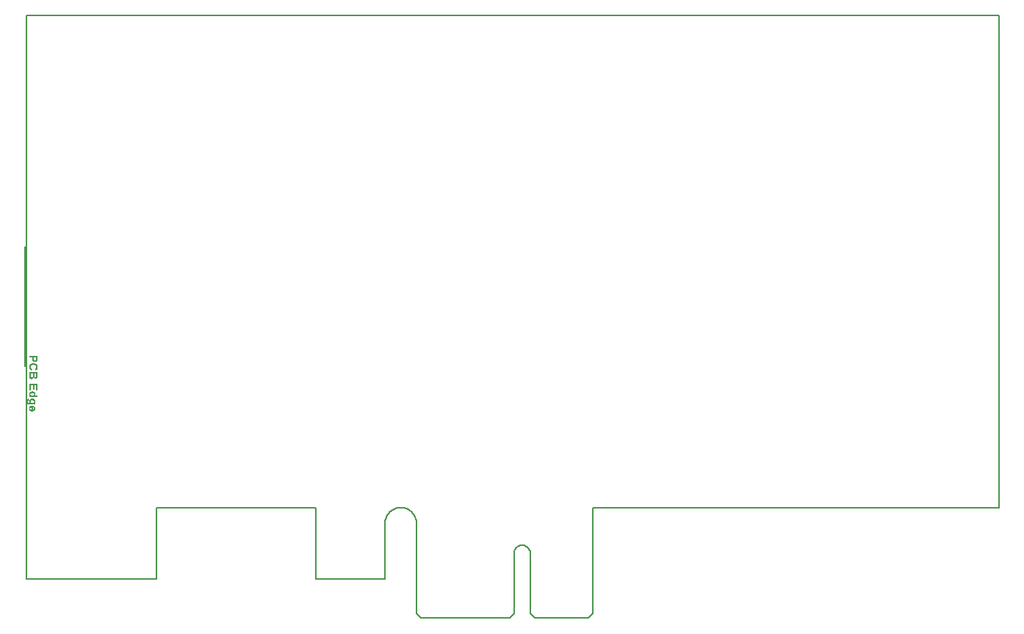
<source format=gm1>
G04*
G04 #@! TF.GenerationSoftware,Altium Limited,Altium Designer,24.6.1 (21)*
G04*
G04 Layer_Color=16711935*
%FSLAX44Y44*%
%MOMM*%
G71*
G04*
G04 #@! TF.SameCoordinates,8A5C2320-89B1-46AE-BF24-1CDB1CC95B2A*
G04*
G04*
G04 #@! TF.FilePolarity,Positive*
G04*
G01*
G75*
%ADD15C,0.1000*%
%ADD17C,0.1270*%
%ADD144C,0.2032*%
G36*
X13131Y254155D02*
X13117Y254000D01*
Y253634D01*
X13089Y253239D01*
X13060Y252844D01*
X13046Y252675D01*
X13032Y252506D01*
X13004Y252365D01*
X12976Y252252D01*
Y252238D01*
X12962Y252210D01*
X12948Y252168D01*
X12934Y252111D01*
X12863Y251956D01*
X12779Y251759D01*
X12652Y251547D01*
X12482Y251308D01*
X12271Y251082D01*
X12017Y250857D01*
X12003D01*
X11989Y250828D01*
X11947Y250800D01*
X11890Y250772D01*
X11806Y250716D01*
X11721Y250673D01*
X11623Y250617D01*
X11510Y250561D01*
X11228Y250462D01*
X10918Y250363D01*
X10537Y250307D01*
X10128Y250279D01*
X10114D01*
X10086D01*
X10044D01*
X9973D01*
X9903Y250293D01*
X9804D01*
X9607Y250321D01*
X9367Y250363D01*
X9099Y250420D01*
X8845Y250504D01*
X8606Y250617D01*
X8578Y250631D01*
X8507Y250673D01*
X8394Y250744D01*
X8253Y250842D01*
X8112Y250955D01*
X7943Y251110D01*
X7788Y251265D01*
X7647Y251449D01*
X7633Y251477D01*
X7591Y251533D01*
X7534Y251632D01*
X7464Y251759D01*
X7379Y251914D01*
X7309Y252083D01*
X7238Y252266D01*
X7182Y252464D01*
Y252492D01*
X7168Y252534D01*
Y252591D01*
X7154Y252661D01*
X7140Y252760D01*
X7126Y252858D01*
Y252985D01*
X7111Y253112D01*
X7097Y253267D01*
X7083Y253436D01*
X7069Y253620D01*
Y253817D01*
X7055Y254028D01*
Y255777D01*
X3376D01*
Y257750D01*
X13131D01*
Y254155D01*
D02*
G37*
G36*
X8408Y248996D02*
X8578D01*
X8775Y248968D01*
X9015Y248939D01*
X9268Y248911D01*
X9564Y248855D01*
X9860Y248784D01*
X10171Y248700D01*
X10481Y248601D01*
X10805Y248474D01*
X11115Y248333D01*
X11411Y248164D01*
X11693Y247981D01*
X11961Y247755D01*
X11975Y247741D01*
X12017Y247699D01*
X12088Y247628D01*
X12172Y247530D01*
X12271Y247403D01*
X12384Y247248D01*
X12511Y247079D01*
X12637Y246867D01*
X12764Y246642D01*
X12891Y246402D01*
X13004Y246120D01*
X13103Y245838D01*
X13187Y245514D01*
X13258Y245190D01*
X13300Y244823D01*
X13314Y244457D01*
Y244287D01*
X13300Y244160D01*
X13286Y244006D01*
X13258Y243836D01*
X13230Y243639D01*
X13187Y243428D01*
X13131Y243202D01*
X13060Y242962D01*
X12976Y242723D01*
X12863Y242469D01*
X12750Y242229D01*
X12609Y242004D01*
X12440Y241764D01*
X12257Y241553D01*
Y241539D01*
X12229Y241524D01*
X12186Y241482D01*
X12144Y241440D01*
X12074Y241383D01*
X11989Y241327D01*
X11792Y241172D01*
X11538Y241017D01*
X11228Y240848D01*
X10875Y240693D01*
X10467Y240552D01*
X10001Y242497D01*
X10015D01*
X10030Y242511D01*
X10072D01*
X10128Y242539D01*
X10255Y242582D01*
X10424Y242652D01*
X10622Y242751D01*
X10819Y242878D01*
X11016Y243047D01*
X11185Y243230D01*
X11200Y243258D01*
X11256Y243329D01*
X11327Y243442D01*
X11411Y243597D01*
X11496Y243794D01*
X11566Y244020D01*
X11623Y244273D01*
X11637Y244555D01*
Y244654D01*
X11623Y244739D01*
X11608Y244823D01*
X11594Y244936D01*
X11538Y245175D01*
X11439Y245457D01*
X11298Y245753D01*
X11214Y245909D01*
X11115Y246049D01*
X10988Y246190D01*
X10847Y246317D01*
X10833D01*
X10805Y246346D01*
X10763Y246374D01*
X10692Y246416D01*
X10608Y246472D01*
X10509Y246529D01*
X10382Y246585D01*
X10241Y246642D01*
X10072Y246712D01*
X9889Y246768D01*
X9677Y246825D01*
X9452Y246881D01*
X9198Y246924D01*
X8930Y246952D01*
X8634Y246966D01*
X8310Y246980D01*
X8296D01*
X8225D01*
X8127D01*
X8014Y246966D01*
X7859D01*
X7675Y246938D01*
X7492Y246924D01*
X7281Y246895D01*
X6844Y246811D01*
X6407Y246698D01*
X6195Y246628D01*
X5998Y246529D01*
X5815Y246430D01*
X5659Y246317D01*
X5645Y246303D01*
X5631Y246289D01*
X5589Y246247D01*
X5533Y246190D01*
X5420Y246049D01*
X5279Y245852D01*
X5124Y245613D01*
X5011Y245317D01*
X4912Y244978D01*
X4898Y244795D01*
X4884Y244597D01*
Y244527D01*
X4898Y244471D01*
X4912Y244316D01*
X4941Y244132D01*
X5011Y243935D01*
X5096Y243709D01*
X5208Y243484D01*
X5378Y243258D01*
X5406Y243230D01*
X5476Y243160D01*
X5589Y243061D01*
X5758Y242948D01*
X5984Y242807D01*
X6252Y242680D01*
X6576Y242554D01*
X6956Y242441D01*
X6364Y240523D01*
X6350D01*
X6294Y240538D01*
X6209Y240566D01*
X6097Y240608D01*
X5970Y240665D01*
X5815Y240721D01*
X5645Y240791D01*
X5462Y240876D01*
X5081Y241073D01*
X4687Y241327D01*
X4306Y241637D01*
X4137Y241806D01*
X3982Y241990D01*
X3968Y242004D01*
X3954Y242032D01*
X3911Y242088D01*
X3855Y242173D01*
X3799Y242271D01*
X3742Y242398D01*
X3672Y242539D01*
X3601Y242694D01*
X3517Y242878D01*
X3446Y243075D01*
X3390Y243286D01*
X3334Y243512D01*
X3277Y243752D01*
X3235Y244020D01*
X3221Y244287D01*
X3207Y244583D01*
Y244668D01*
X3221Y244767D01*
X3235Y244908D01*
X3249Y245063D01*
X3277Y245260D01*
X3319Y245471D01*
X3376Y245711D01*
X3446Y245951D01*
X3531Y246205D01*
X3644Y246472D01*
X3771Y246740D01*
X3911Y247008D01*
X4095Y247276D01*
X4292Y247530D01*
X4532Y247769D01*
X4546Y247784D01*
X4588Y247826D01*
X4673Y247882D01*
X4771Y247967D01*
X4912Y248051D01*
X5067Y248164D01*
X5265Y248277D01*
X5490Y248390D01*
X5730Y248502D01*
X5998Y248615D01*
X6308Y248728D01*
X6632Y248813D01*
X6970Y248897D01*
X7351Y248953D01*
X7746Y248996D01*
X8169Y249010D01*
X8183D01*
X8197D01*
X8281D01*
X8408Y248996D01*
D02*
G37*
G36*
X13131Y234532D02*
X13117Y234279D01*
X13103Y233997D01*
X13089Y233715D01*
X13060Y233447D01*
X13032Y233207D01*
Y233179D01*
X13018Y233109D01*
X12990Y233010D01*
X12948Y232869D01*
X12891Y232714D01*
X12821Y232545D01*
X12736Y232361D01*
X12623Y232192D01*
X12609Y232178D01*
X12567Y232122D01*
X12497Y232037D01*
X12412Y231924D01*
X12285Y231812D01*
X12144Y231685D01*
X11989Y231558D01*
X11806Y231445D01*
X11778Y231431D01*
X11721Y231403D01*
X11608Y231346D01*
X11467Y231290D01*
X11298Y231234D01*
X11115Y231177D01*
X10890Y231149D01*
X10664Y231135D01*
X10650D01*
X10636D01*
X10551D01*
X10424Y231149D01*
X10255Y231177D01*
X10058Y231234D01*
X9846Y231290D01*
X9635Y231389D01*
X9409Y231516D01*
X9381Y231530D01*
X9311Y231586D01*
X9212Y231671D01*
X9085Y231769D01*
X8958Y231910D01*
X8803Y232079D01*
X8676Y232277D01*
X8549Y232502D01*
Y232488D01*
X8535Y232460D01*
X8521Y232418D01*
X8507Y232361D01*
X8437Y232192D01*
X8338Y231995D01*
X8225Y231783D01*
X8070Y231544D01*
X7887Y231332D01*
X7661Y231135D01*
X7633Y231121D01*
X7548Y231064D01*
X7422Y230980D01*
X7253Y230895D01*
X7027Y230811D01*
X6787Y230726D01*
X6505Y230670D01*
X6195Y230656D01*
X6181D01*
X6167D01*
X6082D01*
X5956Y230670D01*
X5786Y230698D01*
X5589Y230726D01*
X5364Y230783D01*
X5138Y230867D01*
X4898Y230966D01*
X4870Y230980D01*
X4800Y231022D01*
X4687Y231093D01*
X4546Y231191D01*
X4377Y231304D01*
X4222Y231459D01*
X4052Y231614D01*
X3897Y231812D01*
X3883Y231840D01*
X3841Y231910D01*
X3771Y232023D01*
X3700Y232178D01*
X3615Y232375D01*
X3545Y232601D01*
X3474Y232855D01*
X3432Y233137D01*
Y233193D01*
X3418Y233249D01*
Y233390D01*
X3404Y233489D01*
Y233757D01*
X3390Y233926D01*
Y234349D01*
X3376Y234589D01*
Y238818D01*
X13131D01*
Y234532D01*
D02*
G37*
G36*
Y217954D02*
X11482D01*
Y223212D01*
X9325D01*
Y218321D01*
X7675D01*
Y223212D01*
X5025D01*
Y217771D01*
X3376D01*
Y225186D01*
X13131D01*
Y217954D01*
D02*
G37*
G36*
X7224Y216516D02*
X7379Y216502D01*
X7548Y216488D01*
X7746Y216460D01*
X7943Y216432D01*
X8394Y216333D01*
X8620Y216263D01*
X8845Y216178D01*
X9071Y216079D01*
X9282Y215966D01*
X9480Y215840D01*
X9663Y215699D01*
X9677Y215685D01*
X9705Y215656D01*
X9748Y215614D01*
X9818Y215544D01*
X9889Y215459D01*
X9959Y215360D01*
X10044Y215248D01*
X10142Y215107D01*
X10227Y214966D01*
X10311Y214797D01*
X10467Y214444D01*
X10523Y214233D01*
X10565Y214021D01*
X10594Y213796D01*
X10608Y213556D01*
Y213443D01*
X10594Y213359D01*
X10579Y213260D01*
X10551Y213133D01*
X10523Y213006D01*
X10481Y212851D01*
X10438Y212696D01*
X10368Y212527D01*
X10283Y212358D01*
X10199Y212188D01*
X10072Y212005D01*
X9945Y211836D01*
X9790Y211667D01*
X9621Y211498D01*
X13131D01*
Y209623D01*
X3376D01*
Y211357D01*
X4405D01*
X4377Y211371D01*
X4306Y211427D01*
X4193Y211526D01*
X4067Y211653D01*
X3926Y211794D01*
X3771Y211977D01*
X3629Y212174D01*
X3503Y212386D01*
X3489Y212414D01*
X3460Y212485D01*
X3418Y212611D01*
X3362Y212752D01*
X3305Y212936D01*
X3263Y213147D01*
X3235Y213359D01*
X3221Y213584D01*
Y213697D01*
X3235Y213782D01*
X3249Y213894D01*
X3277Y214007D01*
X3305Y214148D01*
X3348Y214303D01*
X3390Y214458D01*
X3460Y214627D01*
X3531Y214797D01*
X3629Y214980D01*
X3742Y215149D01*
X3869Y215332D01*
X4024Y215501D01*
X4193Y215671D01*
X4207Y215685D01*
X4236Y215713D01*
X4292Y215755D01*
X4377Y215797D01*
X4475Y215868D01*
X4602Y215938D01*
X4743Y216023D01*
X4912Y216093D01*
X5096Y216178D01*
X5293Y216263D01*
X5519Y216333D01*
X5758Y216389D01*
X6026Y216446D01*
X6308Y216488D01*
X6604Y216516D01*
X6928Y216530D01*
X6942D01*
X7013D01*
X7097D01*
X7224Y216516D01*
D02*
G37*
G36*
X7238Y208185D02*
X7379Y208171D01*
X7548Y208157D01*
X7746Y208129D01*
X7943Y208086D01*
X8394Y207988D01*
X8620Y207917D01*
X8845Y207847D01*
X9057Y207748D01*
X9282Y207635D01*
X9480Y207508D01*
X9663Y207353D01*
X9677Y207339D01*
X9705Y207311D01*
X9748Y207269D01*
X9818Y207198D01*
X9889Y207114D01*
X9959Y207015D01*
X10044Y206902D01*
X10142Y206761D01*
X10227Y206620D01*
X10311Y206451D01*
X10467Y206099D01*
X10523Y205887D01*
X10565Y205676D01*
X10594Y205450D01*
X10608Y205225D01*
Y205168D01*
X10594Y205098D01*
Y204999D01*
X10565Y204900D01*
X10551Y204759D01*
X10509Y204618D01*
X10467Y204463D01*
X10396Y204294D01*
X10326Y204125D01*
X10227Y203942D01*
X10114Y203759D01*
X9987Y203575D01*
X9818Y203392D01*
X9649Y203223D01*
X9438Y203054D01*
X10453D01*
Y201306D01*
X4095D01*
X4081D01*
X4038D01*
X3982D01*
X3897D01*
X3785D01*
X3672Y201320D01*
X3404Y201334D01*
X3094Y201362D01*
X2784Y201390D01*
X2488Y201447D01*
X2361Y201475D01*
X2234Y201517D01*
X2206Y201531D01*
X2135Y201559D01*
X2023Y201602D01*
X1882Y201672D01*
X1726Y201757D01*
X1557Y201855D01*
X1402Y201968D01*
X1261Y202109D01*
X1247Y202123D01*
X1205Y202180D01*
X1134Y202264D01*
X1064Y202363D01*
X979Y202504D01*
X881Y202673D01*
X796Y202870D01*
X711Y203096D01*
X697Y203124D01*
X683Y203209D01*
X641Y203336D01*
X613Y203519D01*
X571Y203759D01*
X528Y204026D01*
X514Y204336D01*
X500Y204675D01*
Y204844D01*
X514Y204971D01*
Y205112D01*
X528Y205281D01*
X556Y205464D01*
X585Y205662D01*
X655Y206084D01*
X768Y206507D01*
X838Y206705D01*
X923Y206902D01*
X1007Y207071D01*
X1120Y207226D01*
X1134Y207241D01*
X1148Y207255D01*
X1233Y207339D01*
X1360Y207466D01*
X1543Y207593D01*
X1769Y207734D01*
X2037Y207861D01*
X2347Y207945D01*
X2516Y207959D01*
X2685Y207973D01*
X2699D01*
X2756D01*
X2826D01*
X2911Y207959D01*
X2657Y205817D01*
X2643D01*
X2600Y205803D01*
X2530Y205788D01*
X2459Y205774D01*
X2290Y205704D01*
X2206Y205648D01*
X2149Y205577D01*
X2135Y205563D01*
X2121Y205521D01*
X2079Y205464D01*
X2051Y205366D01*
X2008Y205253D01*
X1966Y205112D01*
X1952Y204943D01*
X1938Y204745D01*
Y204618D01*
X1952Y204492D01*
X1966Y204336D01*
X1994Y204153D01*
X2037Y203970D01*
X2093Y203801D01*
X2163Y203646D01*
X2177Y203632D01*
X2192Y203603D01*
X2220Y203561D01*
X2276Y203505D01*
X2347Y203448D01*
X2431Y203392D01*
X2530Y203336D01*
X2643Y203279D01*
X2657D01*
X2685Y203265D01*
X2741Y203251D01*
X2840Y203223D01*
X2953Y203209D01*
X3094Y203195D01*
X3277Y203181D01*
X3489D01*
X4518D01*
X4503Y203195D01*
X4475Y203223D01*
X4419Y203265D01*
X4334Y203336D01*
X4250Y203406D01*
X4151Y203505D01*
X4052Y203632D01*
X3954Y203759D01*
X3841Y203899D01*
X3742Y204069D01*
X3559Y204421D01*
X3489Y204618D01*
X3432Y204830D01*
X3390Y205055D01*
X3376Y205295D01*
Y205352D01*
X3390Y205436D01*
Y205535D01*
X3418Y205648D01*
X3446Y205788D01*
X3474Y205944D01*
X3531Y206113D01*
X3587Y206282D01*
X3672Y206465D01*
X3771Y206663D01*
X3883Y206846D01*
X4024Y207029D01*
X4179Y207212D01*
X4363Y207381D01*
X4574Y207551D01*
X4588D01*
X4616Y207579D01*
X4673Y207607D01*
X4743Y207649D01*
X4842Y207706D01*
X4955Y207762D01*
X5081Y207819D01*
X5237Y207875D01*
X5392Y207931D01*
X5575Y207988D01*
X5772Y208044D01*
X5984Y208100D01*
X6435Y208171D01*
X6689Y208185D01*
X6942Y208199D01*
X6956D01*
X7027D01*
X7111D01*
X7238Y208185D01*
D02*
G37*
G36*
X7154Y199981D02*
X7295Y199966D01*
X7464Y199952D01*
X7647Y199924D01*
X7859Y199882D01*
X8296Y199769D01*
X8521Y199699D01*
X8761Y199614D01*
X8986Y199501D01*
X9198Y199374D01*
X9409Y199233D01*
X9607Y199078D01*
X9621Y199064D01*
X9649Y199036D01*
X9705Y198980D01*
X9762Y198909D01*
X9832Y198825D01*
X9917Y198712D01*
X10015Y198585D01*
X10114Y198444D01*
X10199Y198289D01*
X10297Y198106D01*
X10382Y197922D01*
X10453Y197711D01*
X10509Y197500D01*
X10565Y197260D01*
X10594Y197020D01*
X10608Y196766D01*
Y196611D01*
X10594Y196499D01*
X10579Y196372D01*
X10551Y196217D01*
X10523Y196047D01*
X10481Y195864D01*
X10424Y195667D01*
X10354Y195469D01*
X10269Y195258D01*
X10156Y195047D01*
X10044Y194849D01*
X9903Y194652D01*
X9733Y194454D01*
X9550Y194285D01*
X9536Y194271D01*
X9508Y194243D01*
X9438Y194201D01*
X9353Y194144D01*
X9240Y194074D01*
X9113Y194003D01*
X8944Y193919D01*
X8761Y193834D01*
X8549Y193750D01*
X8310Y193665D01*
X8056Y193595D01*
X7760Y193524D01*
X7450Y193468D01*
X7111Y193425D01*
X6759Y193397D01*
X6364D01*
Y198077D01*
X6350D01*
X6322D01*
X6280D01*
X6223Y198063D01*
X6082Y198049D01*
X5885Y198021D01*
X5688Y197965D01*
X5462Y197880D01*
X5251Y197781D01*
X5067Y197640D01*
X5053Y197626D01*
X4997Y197556D01*
X4927Y197471D01*
X4842Y197344D01*
X4757Y197189D01*
X4687Y196992D01*
X4630Y196780D01*
X4616Y196555D01*
Y196485D01*
X4630Y196400D01*
X4645Y196301D01*
X4673Y196188D01*
X4715Y196062D01*
X4771Y195935D01*
X4856Y195822D01*
X4870Y195808D01*
X4898Y195765D01*
X4955Y195709D01*
X5039Y195653D01*
X5152Y195568D01*
X5279Y195498D01*
X5448Y195427D01*
X5631Y195357D01*
X5321Y193496D01*
X5307D01*
X5279Y193510D01*
X5222Y193538D01*
X5152Y193566D01*
X5067Y193609D01*
X4969Y193651D01*
X4743Y193778D01*
X4489Y193933D01*
X4222Y194130D01*
X3982Y194370D01*
X3756Y194638D01*
Y194652D01*
X3728Y194666D01*
X3714Y194722D01*
X3672Y194779D01*
X3629Y194849D01*
X3587Y194948D01*
X3545Y195047D01*
X3489Y195173D01*
X3390Y195455D01*
X3305Y195780D01*
X3249Y196160D01*
X3221Y196569D01*
Y196654D01*
X3235Y196738D01*
Y196865D01*
X3263Y197020D01*
X3291Y197203D01*
X3319Y197401D01*
X3376Y197598D01*
X3432Y197824D01*
X3517Y198049D01*
X3615Y198275D01*
X3728Y198500D01*
X3869Y198726D01*
X4024Y198937D01*
X4207Y199121D01*
X4419Y199304D01*
X4433Y199318D01*
X4461Y199332D01*
X4518Y199360D01*
X4588Y199417D01*
X4687Y199459D01*
X4800Y199515D01*
X4927Y199586D01*
X5081Y199642D01*
X5251Y199713D01*
X5434Y199769D01*
X5631Y199840D01*
X5857Y199882D01*
X6082Y199924D01*
X6322Y199966D01*
X6590Y199981D01*
X6858Y199995D01*
X6872D01*
X6928D01*
X7027D01*
X7154Y199981D01*
D02*
G37*
%LPC*%
G36*
X11482Y255777D02*
X8705D01*
Y254423D01*
X8719Y254324D01*
Y254071D01*
X8733Y253817D01*
X8761Y253563D01*
X8803Y253338D01*
X8817Y253239D01*
X8845Y253154D01*
X8860Y253140D01*
X8874Y253084D01*
X8916Y253013D01*
X8958Y252929D01*
X9029Y252830D01*
X9113Y252731D01*
X9212Y252619D01*
X9325Y252534D01*
X9339Y252520D01*
X9381Y252492D01*
X9452Y252464D01*
X9550Y252421D01*
X9663Y252379D01*
X9790Y252337D01*
X9931Y252323D01*
X10086Y252309D01*
X10114D01*
X10171D01*
X10269Y252323D01*
X10396Y252351D01*
X10537Y252393D01*
X10692Y252450D01*
X10833Y252520D01*
X10974Y252633D01*
X10988Y252647D01*
X11030Y252689D01*
X11087Y252760D01*
X11157Y252844D01*
X11242Y252957D01*
X11312Y253098D01*
X11369Y253253D01*
X11411Y253422D01*
Y253436D01*
X11425Y253493D01*
X11439Y253591D01*
X11453Y253732D01*
Y253916D01*
X11467Y254042D01*
Y254169D01*
X11482Y254310D01*
Y255777D01*
D02*
G37*
G36*
X11510Y236844D02*
X9254D01*
Y234955D01*
X9268Y234715D01*
Y234279D01*
X9282Y234194D01*
Y234109D01*
X9297Y234053D01*
X9311Y233968D01*
X9353Y233841D01*
X9395Y233715D01*
X9452Y233588D01*
X9522Y233461D01*
X9621Y233348D01*
X9635Y233334D01*
X9677Y233306D01*
X9733Y233249D01*
X9832Y233193D01*
X9945Y233151D01*
X10072Y233094D01*
X10227Y233066D01*
X10396Y233052D01*
X10410D01*
X10467D01*
X10551Y233066D01*
X10664Y233080D01*
X10777Y233109D01*
X10890Y233165D01*
X11016Y233221D01*
X11129Y233306D01*
X11143Y233320D01*
X11171Y233348D01*
X11228Y233419D01*
X11284Y233489D01*
X11341Y233602D01*
X11397Y233729D01*
X11439Y233884D01*
X11467Y234053D01*
Y234067D01*
X11482Y234123D01*
Y234279D01*
X11496Y234363D01*
Y234730D01*
X11510Y234885D01*
Y236844D01*
D02*
G37*
G36*
X7633D02*
X5025D01*
Y234673D01*
X5039Y234462D01*
Y234236D01*
X5053Y234011D01*
X5067Y233827D01*
Y233743D01*
X5081Y233687D01*
Y233672D01*
X5096Y233616D01*
X5124Y233531D01*
X5152Y233433D01*
X5208Y233320D01*
X5279Y233193D01*
X5364Y233080D01*
X5462Y232967D01*
X5476Y232953D01*
X5519Y232925D01*
X5589Y232883D01*
X5688Y232826D01*
X5800Y232770D01*
X5941Y232728D01*
X6111Y232700D01*
X6294Y232686D01*
X6308D01*
X6364D01*
X6449Y232700D01*
X6548Y232714D01*
X6675Y232742D01*
X6787Y232784D01*
X6914Y232841D01*
X7041Y232911D01*
X7055Y232925D01*
X7097Y232953D01*
X7154Y232996D01*
X7210Y233066D01*
X7295Y233151D01*
X7365Y233263D01*
X7436Y233390D01*
X7492Y233531D01*
Y233545D01*
X7520Y233616D01*
X7534Y233729D01*
X7548Y233799D01*
X7563Y233898D01*
X7577Y233997D01*
X7591Y234123D01*
X7605Y234264D01*
Y234434D01*
X7619Y234603D01*
X7633Y234800D01*
Y236844D01*
D02*
G37*
G36*
X7055Y214613D02*
X7041D01*
X7013D01*
X6942D01*
X6872D01*
X6773Y214599D01*
X6675D01*
X6435Y214571D01*
X6167Y214543D01*
X5885Y214486D01*
X5631Y214402D01*
X5519Y214359D01*
X5420Y214303D01*
X5406D01*
X5392Y214275D01*
X5307Y214219D01*
X5194Y214120D01*
X5067Y213979D01*
X4927Y213796D01*
X4814Y213584D01*
X4729Y213330D01*
X4715Y213189D01*
X4701Y213048D01*
Y213020D01*
X4715Y212936D01*
X4729Y212823D01*
X4771Y212668D01*
X4828Y212499D01*
X4927Y212315D01*
X5053Y212132D01*
X5237Y211949D01*
X5265Y211935D01*
X5335Y211878D01*
X5462Y211808D01*
X5645Y211723D01*
X5871Y211639D01*
X6153Y211568D01*
X6491Y211512D01*
X6872Y211498D01*
X6886D01*
X6928D01*
X6985D01*
X7069D01*
X7168Y211512D01*
X7295Y211526D01*
X7548Y211554D01*
X7844Y211611D01*
X8127Y211681D01*
X8408Y211794D01*
X8521Y211864D01*
X8634Y211949D01*
X8662Y211963D01*
X8719Y212034D01*
X8803Y212118D01*
X8902Y212245D01*
X9000Y212414D01*
X9085Y212597D01*
X9141Y212823D01*
X9170Y213062D01*
Y213091D01*
X9156Y213175D01*
X9141Y213302D01*
X9099Y213443D01*
X9043Y213626D01*
X8944Y213810D01*
X8817Y213993D01*
X8634Y214176D01*
X8606Y214190D01*
X8535Y214247D01*
X8408Y214317D01*
X8239Y214388D01*
X8014Y214472D01*
X7746Y214543D01*
X7422Y214599D01*
X7055Y214613D01*
D02*
G37*
G36*
X7041Y206282D02*
X7027D01*
X6999D01*
X6928D01*
X6858Y206268D01*
X6773D01*
X6660Y206254D01*
X6421Y206225D01*
X6153Y206183D01*
X5885Y206099D01*
X5631Y206000D01*
X5406Y205859D01*
X5378Y205845D01*
X5321Y205774D01*
X5237Y205690D01*
X5152Y205563D01*
X5053Y205408D01*
X4969Y205225D01*
X4912Y205013D01*
X4884Y204788D01*
Y204759D01*
X4898Y204675D01*
X4912Y204548D01*
X4955Y204379D01*
X5011Y204195D01*
X5110Y204012D01*
X5237Y203815D01*
X5420Y203632D01*
X5448Y203618D01*
X5519Y203561D01*
X5645Y203477D01*
X5815Y203392D01*
X6040Y203307D01*
X6308Y203223D01*
X6632Y203166D01*
X6999Y203152D01*
X7013D01*
X7041D01*
X7097D01*
X7182D01*
X7267Y203166D01*
X7379Y203181D01*
X7619Y203209D01*
X7887Y203265D01*
X8155Y203336D01*
X8408Y203448D01*
X8634Y203603D01*
X8662Y203618D01*
X8719Y203688D01*
X8803Y203787D01*
X8902Y203914D01*
X9000Y204083D01*
X9085Y204280D01*
X9141Y204492D01*
X9170Y204745D01*
Y204774D01*
X9156Y204858D01*
X9141Y204985D01*
X9099Y205140D01*
X9043Y205309D01*
X8944Y205506D01*
X8817Y205690D01*
X8634Y205859D01*
X8606Y205873D01*
X8535Y205930D01*
X8408Y205986D01*
X8239Y206070D01*
X8014Y206141D01*
X7746Y206211D01*
X7422Y206268D01*
X7041Y206282D01*
D02*
G37*
G36*
X7506Y198049D02*
Y195258D01*
X7520D01*
X7548D01*
X7577D01*
X7633Y195272D01*
X7788Y195286D01*
X7957Y195314D01*
X8155Y195371D01*
X8366Y195441D01*
X8564Y195554D01*
X8733Y195681D01*
X8747Y195695D01*
X8803Y195751D01*
X8874Y195836D01*
X8958Y195949D01*
X9029Y196090D01*
X9099Y196259D01*
X9156Y196442D01*
X9170Y196654D01*
Y196752D01*
X9141Y196865D01*
X9113Y197006D01*
X9057Y197161D01*
X8986Y197330D01*
X8874Y197500D01*
X8719Y197654D01*
X8705Y197669D01*
X8634Y197711D01*
X8535Y197781D01*
X8394Y197852D01*
X8225Y197936D01*
X8014Y197993D01*
X7774Y198035D01*
X7506Y198049D01*
D02*
G37*
%LPD*%
G54D15*
X450000Y64250D02*
X449830Y66735D01*
X449323Y69174D01*
X448489Y71521D01*
X447343Y73732D01*
X445907Y75767D01*
X444207Y77588D01*
X442274Y79160D01*
X440146Y80454D01*
X437862Y81446D01*
X435463Y82118D01*
X432995Y82457D01*
X430504D01*
X428037Y82118D01*
X425638Y81446D01*
X423354Y80454D01*
X421226Y79160D01*
X419293Y77588D01*
X417593Y75767D01*
X416157Y73732D01*
X415011Y71521D01*
X414177Y69174D01*
X413670Y66735D01*
X413500Y64250D01*
G54D17*
X-1500Y245750D02*
Y383750D01*
G54D144*
X581000Y29500D02*
X580676Y31959D01*
X579727Y34250D01*
X578218Y36218D01*
X576250Y37727D01*
X573959Y38676D01*
X571500Y39000D01*
X569041Y38676D01*
X566750Y37727D01*
X564782Y36218D01*
X563273Y34250D01*
X562324Y31959D01*
X562000Y29500D01*
X450000Y64250D02*
X449830Y66735D01*
X449323Y69174D01*
X448489Y71521D01*
X447343Y73732D01*
X445907Y75767D01*
X444207Y77588D01*
X442274Y79160D01*
X440146Y80454D01*
X437862Y81446D01*
X435463Y82118D01*
X432995Y82457D01*
X430505D01*
X428037Y82118D01*
X425638Y81446D01*
X423354Y80454D01*
X421226Y79160D01*
X419293Y77588D01*
X417593Y75767D01*
X416157Y73732D01*
X415011Y71521D01*
X414177Y69174D01*
X413670Y66735D01*
X413500Y64250D01*
X0Y650000D02*
X1121000Y650000D01*
X0Y0D02*
Y650000D01*
X1121000Y650000D02*
X1121000Y82500D01*
X653000Y82500D02*
X1121000Y82500D01*
X653000Y-40000D02*
X653000Y82500D01*
X0Y0D02*
X150000D01*
X648000Y-45000D02*
X653000Y-40000D01*
X586000Y-45000D02*
X648000D01*
X581000Y-40000D02*
X586000Y-45000D01*
X581000Y-40000D02*
Y29500D01*
X562000Y-40000D02*
Y29500D01*
X557000Y-45000D02*
X562000Y-40000D01*
X455000Y-45000D02*
X557000D01*
X450000Y-40000D02*
X455000Y-45000D01*
X450000Y64250D02*
X450000Y-40000D01*
X413500Y0D02*
Y64250D01*
X333500Y0D02*
X413500D01*
X333500D02*
Y82500D01*
X150000D02*
X333500D01*
X150000Y0D02*
Y82500D01*
M02*

</source>
